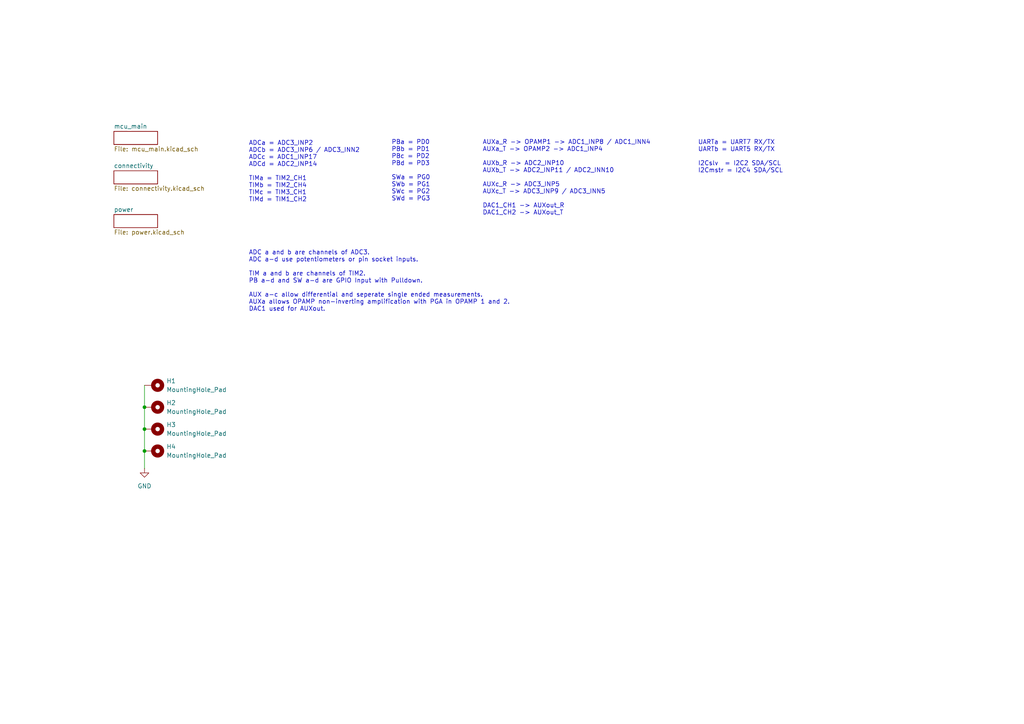
<source format=kicad_sch>
(kicad_sch
	(version 20250114)
	(generator "eeschema")
	(generator_version "9.0")
	(uuid "677c1a6d-a4b0-452a-a635-4319de61cc8a")
	(paper "A4")
	(lib_symbols
		(symbol "Mechanical:MountingHole_Pad"
			(pin_numbers
				(hide yes)
			)
			(pin_names
				(offset 1.016)
				(hide yes)
			)
			(exclude_from_sim yes)
			(in_bom no)
			(on_board yes)
			(property "Reference" "H"
				(at 0 6.35 0)
				(effects
					(font
						(size 1.27 1.27)
					)
				)
			)
			(property "Value" "MountingHole_Pad"
				(at 0 4.445 0)
				(effects
					(font
						(size 1.27 1.27)
					)
				)
			)
			(property "Footprint" ""
				(at 0 0 0)
				(effects
					(font
						(size 1.27 1.27)
					)
					(hide yes)
				)
			)
			(property "Datasheet" "~"
				(at 0 0 0)
				(effects
					(font
						(size 1.27 1.27)
					)
					(hide yes)
				)
			)
			(property "Description" "Mounting Hole with connection"
				(at 0 0 0)
				(effects
					(font
						(size 1.27 1.27)
					)
					(hide yes)
				)
			)
			(property "ki_keywords" "mounting hole"
				(at 0 0 0)
				(effects
					(font
						(size 1.27 1.27)
					)
					(hide yes)
				)
			)
			(property "ki_fp_filters" "MountingHole*Pad*"
				(at 0 0 0)
				(effects
					(font
						(size 1.27 1.27)
					)
					(hide yes)
				)
			)
			(symbol "MountingHole_Pad_0_1"
				(circle
					(center 0 1.27)
					(radius 1.27)
					(stroke
						(width 1.27)
						(type default)
					)
					(fill
						(type none)
					)
				)
			)
			(symbol "MountingHole_Pad_1_1"
				(pin input line
					(at 0 -2.54 90)
					(length 2.54)
					(name "1"
						(effects
							(font
								(size 1.27 1.27)
							)
						)
					)
					(number "1"
						(effects
							(font
								(size 1.27 1.27)
							)
						)
					)
				)
			)
			(embedded_fonts no)
		)
		(symbol "power:GND"
			(power)
			(pin_numbers
				(hide yes)
			)
			(pin_names
				(offset 0)
				(hide yes)
			)
			(exclude_from_sim no)
			(in_bom yes)
			(on_board yes)
			(property "Reference" "#PWR"
				(at 0 -6.35 0)
				(effects
					(font
						(size 1.27 1.27)
					)
					(hide yes)
				)
			)
			(property "Value" "GND"
				(at 0 -3.81 0)
				(effects
					(font
						(size 1.27 1.27)
					)
				)
			)
			(property "Footprint" ""
				(at 0 0 0)
				(effects
					(font
						(size 1.27 1.27)
					)
					(hide yes)
				)
			)
			(property "Datasheet" ""
				(at 0 0 0)
				(effects
					(font
						(size 1.27 1.27)
					)
					(hide yes)
				)
			)
			(property "Description" "Power symbol creates a global label with name \"GND\" , ground"
				(at 0 0 0)
				(effects
					(font
						(size 1.27 1.27)
					)
					(hide yes)
				)
			)
			(property "ki_keywords" "global power"
				(at 0 0 0)
				(effects
					(font
						(size 1.27 1.27)
					)
					(hide yes)
				)
			)
			(symbol "GND_0_1"
				(polyline
					(pts
						(xy 0 0) (xy 0 -1.27) (xy 1.27 -1.27) (xy 0 -2.54) (xy -1.27 -1.27) (xy 0 -1.27)
					)
					(stroke
						(width 0)
						(type default)
					)
					(fill
						(type none)
					)
				)
			)
			(symbol "GND_1_1"
				(pin power_in line
					(at 0 0 270)
					(length 0)
					(name "~"
						(effects
							(font
								(size 1.27 1.27)
							)
						)
					)
					(number "1"
						(effects
							(font
								(size 1.27 1.27)
							)
						)
					)
				)
			)
			(embedded_fonts no)
		)
	)
	(text "PBa = PD0\nPBb = PD1\nPBc = PD2\nPBd = PD3\n\nSWa = PG0\nSWb = PG1\nSWc = PG2\nSWd = PG3"
		(exclude_from_sim no)
		(at 113.538 49.53 0)
		(effects
			(font
				(size 1.27 1.27)
			)
			(justify left)
		)
		(uuid "17694dd3-5f14-4670-90aa-a1196be0fa50")
	)
	(text "ADCa = ADC3_INP2\nADCb = ADC3_INP6 / ADC3_INN2\nADCc = ADC1_INP17\nADCd = ADC2_INP14\n\nTIMa = TIM2_CH1\nTIMb = TIM2_CH4\nTIMc = TIM3_CH1\nTIMd = TIM1_CH2"
		(exclude_from_sim no)
		(at 72.136 49.784 0)
		(effects
			(font
				(size 1.27 1.27)
			)
			(justify left)
		)
		(uuid "3c96f72a-134a-48be-bd83-a04369cd84cf")
	)
	(text "ADC a and b are channels of ADC3.\nADC a-d use potentiometers or pin socket inputs.\n\nTIM a and b are channels of TIM2.\nPB a-d and SW a-d are GPIO Input with Pulldown.\n\nAUX a-c allow differential and seperate single ended measurements.\nAUXa allows OPAMP non-inverting amplification with PGA in OPAMP 1 and 2.\nDAC1 used for AUXout."
		(exclude_from_sim no)
		(at 72.136 81.534 0)
		(effects
			(font
				(size 1.27 1.27)
			)
			(justify left)
		)
		(uuid "a6cf701a-641d-4d4e-b98f-98a0f7e559b8")
	)
	(text "UARTa = UART7 RX/TX\nUARTb = UART5 RX/TX\n\nI2Cslv  = I2C2 SDA/SCL\nI2Cmstr = I2C4 SDA/SCL"
		(exclude_from_sim no)
		(at 202.438 45.466 0)
		(effects
			(font
				(size 1.27 1.27)
			)
			(justify left)
		)
		(uuid "dfbe2d2b-14bd-4ee4-aaaa-00abf3cd8a1c")
	)
	(text "AUXa_R -> OPAMP1 -> ADC1_INP8 / ADC1_INN4\nAUXa_T -> OPAMP2 -> ADC1_INP4\n\nAUXb_R -> ADC2_INP10\nAUXb_T -> ADC2_INP11 / ADC2_INN10\n\nAUXc_R -> ADC3_INP5\nAUXc_T -> ADC3_INP9 / ADC3_INN5\n\nDAC1_CH1 -> AUXout_R\nDAC1_CH2 -> AUXout_T"
		(exclude_from_sim no)
		(at 139.954 51.562 0)
		(effects
			(font
				(size 1.27 1.27)
			)
			(justify left)
		)
		(uuid "f13acb7b-0648-4f52-ae2b-3e83f2a19013")
	)
	(junction
		(at 41.91 118.11)
		(diameter 0)
		(color 0 0 0 0)
		(uuid "293bf1d5-df3e-4e53-9ee5-560fc9073fc0")
	)
	(junction
		(at 41.91 124.46)
		(diameter 0)
		(color 0 0 0 0)
		(uuid "a4fcce9c-8afd-4cd5-a1fd-242b390ecf3a")
	)
	(junction
		(at 41.91 130.81)
		(diameter 0)
		(color 0 0 0 0)
		(uuid "a66cfeda-fd23-47ea-afd1-cc76268b91b5")
	)
	(wire
		(pts
			(xy 41.91 118.11) (xy 41.91 124.46)
		)
		(stroke
			(width 0)
			(type default)
		)
		(uuid "162005b4-e321-4ecd-a39d-d8a3db2655d2")
	)
	(wire
		(pts
			(xy 41.91 124.46) (xy 41.91 130.81)
		)
		(stroke
			(width 0)
			(type default)
		)
		(uuid "6223db32-18ad-4f06-ae02-7c7087164527")
	)
	(wire
		(pts
			(xy 41.91 111.76) (xy 41.91 118.11)
		)
		(stroke
			(width 0)
			(type default)
		)
		(uuid "b434d5e3-9d2a-484c-8d40-d653ac4cd82f")
	)
	(wire
		(pts
			(xy 41.91 130.81) (xy 41.91 135.89)
		)
		(stroke
			(width 0)
			(type default)
		)
		(uuid "d27720b3-8d37-4f58-91e2-e65f55950f74")
	)
	(symbol
		(lib_id "power:GND")
		(at 41.91 135.89 0)
		(unit 1)
		(exclude_from_sim no)
		(in_bom yes)
		(on_board yes)
		(dnp no)
		(fields_autoplaced yes)
		(uuid "1b5408ee-6cea-4016-9ca4-125608d53a9a")
		(property "Reference" "#PWR01"
			(at 41.91 142.24 0)
			(effects
				(font
					(size 1.27 1.27)
				)
				(hide yes)
			)
		)
		(property "Value" "GND"
			(at 41.91 140.97 0)
			(effects
				(font
					(size 1.27 1.27)
				)
			)
		)
		(property "Footprint" ""
			(at 41.91 135.89 0)
			(effects
				(font
					(size 1.27 1.27)
				)
				(hide yes)
			)
		)
		(property "Datasheet" ""
			(at 41.91 135.89 0)
			(effects
				(font
					(size 1.27 1.27)
				)
				(hide yes)
			)
		)
		(property "Description" "Power symbol creates a global label with name \"GND\" , ground"
			(at 41.91 135.89 0)
			(effects
				(font
					(size 1.27 1.27)
				)
				(hide yes)
			)
		)
		(pin "1"
			(uuid "d5a2b559-3a67-4a91-af7f-bb280bd4a801")
		)
		(instances
			(project ""
				(path "/677c1a6d-a4b0-452a-a635-4319de61cc8a"
					(reference "#PWR01")
					(unit 1)
				)
			)
		)
	)
	(symbol
		(lib_id "Mechanical:MountingHole_Pad")
		(at 44.45 130.81 270)
		(unit 1)
		(exclude_from_sim no)
		(in_bom yes)
		(on_board yes)
		(dnp no)
		(fields_autoplaced yes)
		(uuid "8e8d013f-5858-4395-980a-690bfb2107a0")
		(property "Reference" "H4"
			(at 48.26 129.5399 90)
			(effects
				(font
					(size 1.27 1.27)
				)
				(justify left)
			)
		)
		(property "Value" "MountingHole_Pad"
			(at 48.26 132.0799 90)
			(effects
				(font
					(size 1.27 1.27)
				)
				(justify left)
			)
		)
		(property "Footprint" "MountingHole:MountingHole_2.2mm_M2_DIN965_Pad"
			(at 44.45 130.81 0)
			(effects
				(font
					(size 1.27 1.27)
				)
				(hide yes)
			)
		)
		(property "Datasheet" "~"
			(at 44.45 130.81 0)
			(effects
				(font
					(size 1.27 1.27)
				)
				(hide yes)
			)
		)
		(property "Description" "Mounting Hole with connection"
			(at 44.45 130.81 0)
			(effects
				(font
					(size 1.27 1.27)
				)
				(hide yes)
			)
		)
		(pin "1"
			(uuid "f08d217f-c5b5-454d-988f-90439bdcd631")
		)
		(instances
			(project "dsp1_stm32"
				(path "/677c1a6d-a4b0-452a-a635-4319de61cc8a"
					(reference "H4")
					(unit 1)
				)
			)
		)
	)
	(symbol
		(lib_id "Mechanical:MountingHole_Pad")
		(at 44.45 111.76 270)
		(unit 1)
		(exclude_from_sim no)
		(in_bom yes)
		(on_board yes)
		(dnp no)
		(fields_autoplaced yes)
		(uuid "9f2e511a-39f4-42a6-8aef-2689c2a4e69b")
		(property "Reference" "H1"
			(at 48.26 110.4899 90)
			(effects
				(font
					(size 1.27 1.27)
				)
				(justify left)
			)
		)
		(property "Value" "MountingHole_Pad"
			(at 48.26 113.0299 90)
			(effects
				(font
					(size 1.27 1.27)
				)
				(justify left)
			)
		)
		(property "Footprint" "MountingHole:MountingHole_2.2mm_M2_DIN965_Pad"
			(at 44.45 111.76 0)
			(effects
				(font
					(size 1.27 1.27)
				)
				(hide yes)
			)
		)
		(property "Datasheet" "~"
			(at 44.45 111.76 0)
			(effects
				(font
					(size 1.27 1.27)
				)
				(hide yes)
			)
		)
		(property "Description" "Mounting Hole with connection"
			(at 44.45 111.76 0)
			(effects
				(font
					(size 1.27 1.27)
				)
				(hide yes)
			)
		)
		(pin "1"
			(uuid "4a3a0f67-c68a-471d-916c-1300407c4afd")
		)
		(instances
			(project ""
				(path "/677c1a6d-a4b0-452a-a635-4319de61cc8a"
					(reference "H1")
					(unit 1)
				)
			)
		)
	)
	(symbol
		(lib_id "Mechanical:MountingHole_Pad")
		(at 44.45 124.46 270)
		(unit 1)
		(exclude_from_sim no)
		(in_bom yes)
		(on_board yes)
		(dnp no)
		(fields_autoplaced yes)
		(uuid "e4e58ae2-5173-43b1-87a3-16c8ae45cbfe")
		(property "Reference" "H3"
			(at 48.26 123.1899 90)
			(effects
				(font
					(size 1.27 1.27)
				)
				(justify left)
			)
		)
		(property "Value" "MountingHole_Pad"
			(at 48.26 125.7299 90)
			(effects
				(font
					(size 1.27 1.27)
				)
				(justify left)
			)
		)
		(property "Footprint" "MountingHole:MountingHole_2.2mm_M2_DIN965_Pad"
			(at 44.45 124.46 0)
			(effects
				(font
					(size 1.27 1.27)
				)
				(hide yes)
			)
		)
		(property "Datasheet" "~"
			(at 44.45 124.46 0)
			(effects
				(font
					(size 1.27 1.27)
				)
				(hide yes)
			)
		)
		(property "Description" "Mounting Hole with connection"
			(at 44.45 124.46 0)
			(effects
				(font
					(size 1.27 1.27)
				)
				(hide yes)
			)
		)
		(pin "1"
			(uuid "b6193846-477b-4b83-be27-20aeb34b0fee")
		)
		(instances
			(project "dsp1_stm32"
				(path "/677c1a6d-a4b0-452a-a635-4319de61cc8a"
					(reference "H3")
					(unit 1)
				)
			)
		)
	)
	(symbol
		(lib_id "Mechanical:MountingHole_Pad")
		(at 44.45 118.11 270)
		(unit 1)
		(exclude_from_sim no)
		(in_bom yes)
		(on_board yes)
		(dnp no)
		(fields_autoplaced yes)
		(uuid "efd8e754-4c4f-4c25-8598-2710d10d3c29")
		(property "Reference" "H2"
			(at 48.26 116.8399 90)
			(effects
				(font
					(size 1.27 1.27)
				)
				(justify left)
			)
		)
		(property "Value" "MountingHole_Pad"
			(at 48.26 119.3799 90)
			(effects
				(font
					(size 1.27 1.27)
				)
				(justify left)
			)
		)
		(property "Footprint" "MountingHole:MountingHole_2.2mm_M2_DIN965_Pad"
			(at 44.45 118.11 0)
			(effects
				(font
					(size 1.27 1.27)
				)
				(hide yes)
			)
		)
		(property "Datasheet" "~"
			(at 44.45 118.11 0)
			(effects
				(font
					(size 1.27 1.27)
				)
				(hide yes)
			)
		)
		(property "Description" "Mounting Hole with connection"
			(at 44.45 118.11 0)
			(effects
				(font
					(size 1.27 1.27)
				)
				(hide yes)
			)
		)
		(pin "1"
			(uuid "1bf409a4-b68e-4e2b-8fc4-d88f29992230")
		)
		(instances
			(project "dsp1_stm32"
				(path "/677c1a6d-a4b0-452a-a635-4319de61cc8a"
					(reference "H2")
					(unit 1)
				)
			)
		)
	)
	(sheet
		(at 33.02 49.53)
		(size 12.7 3.81)
		(exclude_from_sim no)
		(in_bom yes)
		(on_board yes)
		(dnp no)
		(fields_autoplaced yes)
		(stroke
			(width 0.1524)
			(type solid)
		)
		(fill
			(color 0 0 0 0.0000)
		)
		(uuid "319e21bc-3ba3-4b5c-8011-2d9664972056")
		(property "Sheetname" "connectivity"
			(at 33.02 48.8184 0)
			(effects
				(font
					(size 1.27 1.27)
				)
				(justify left bottom)
			)
		)
		(property "Sheetfile" "connectivity.kicad_sch"
			(at 33.02 53.9246 0)
			(effects
				(font
					(size 1.27 1.27)
				)
				(justify left top)
			)
		)
		(instances
			(project "dsp1_stm32"
				(path "/677c1a6d-a4b0-452a-a635-4319de61cc8a"
					(page "3")
				)
			)
		)
	)
	(sheet
		(at 33.02 62.23)
		(size 12.7 3.81)
		(exclude_from_sim no)
		(in_bom yes)
		(on_board yes)
		(dnp no)
		(fields_autoplaced yes)
		(stroke
			(width 0.1524)
			(type solid)
		)
		(fill
			(color 0 0 0 0.0000)
		)
		(uuid "96fab632-27d4-488c-9b11-731bc8c3d1fc")
		(property "Sheetname" "power"
			(at 33.02 61.5184 0)
			(effects
				(font
					(size 1.27 1.27)
				)
				(justify left bottom)
			)
		)
		(property "Sheetfile" "power.kicad_sch"
			(at 33.02 66.6246 0)
			(effects
				(font
					(size 1.27 1.27)
				)
				(justify left top)
			)
		)
		(instances
			(project "dsp1_stm32"
				(path "/677c1a6d-a4b0-452a-a635-4319de61cc8a"
					(page "4")
				)
			)
		)
	)
	(sheet
		(at 33.02 38.1)
		(size 12.7 3.81)
		(exclude_from_sim no)
		(in_bom yes)
		(on_board yes)
		(dnp no)
		(fields_autoplaced yes)
		(stroke
			(width 0.1524)
			(type solid)
		)
		(fill
			(color 0 0 0 0.0000)
		)
		(uuid "a6184f54-340e-4697-a970-48f12dfbe245")
		(property "Sheetname" "mcu_main"
			(at 33.02 37.3884 0)
			(effects
				(font
					(size 1.27 1.27)
				)
				(justify left bottom)
			)
		)
		(property "Sheetfile" "mcu_main.kicad_sch"
			(at 33.02 42.4946 0)
			(effects
				(font
					(size 1.27 1.27)
				)
				(justify left top)
			)
		)
		(instances
			(project "dsp1_stm32"
				(path "/677c1a6d-a4b0-452a-a635-4319de61cc8a"
					(page "2")
				)
			)
		)
	)
	(sheet_instances
		(path "/"
			(page "1")
		)
	)
	(embedded_fonts no)
)

</source>
